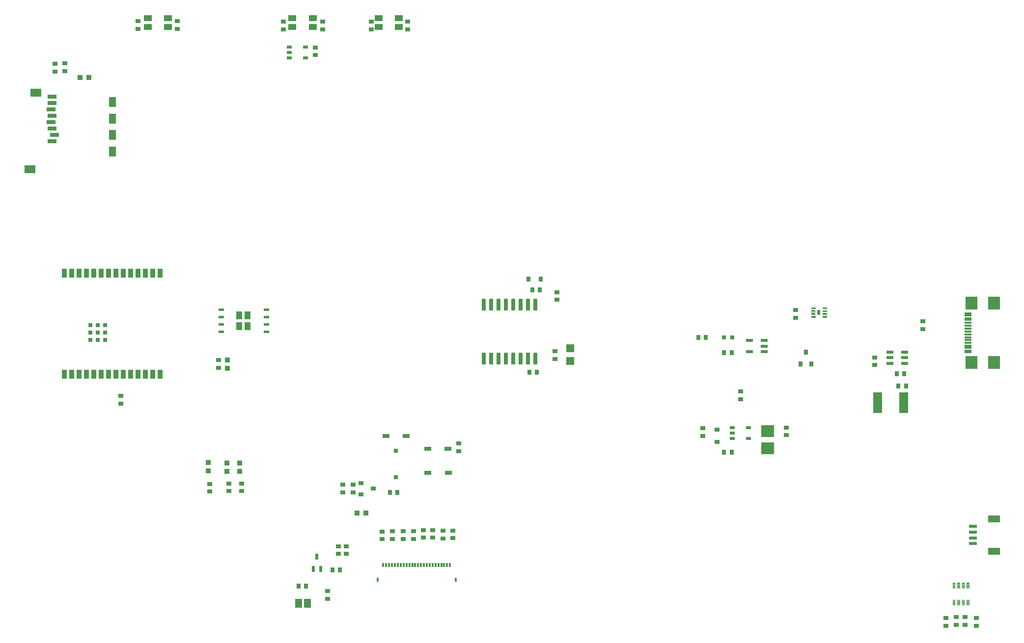
<source format=gbr>
G04 EAGLE Gerber RS-274X export*
G75*
%MOMM*%
%FSLAX34Y34*%
%LPD*%
%INSolderpaste Top*%
%IPPOS*%
%AMOC8*
5,1,8,0,0,1.08239X$1,22.5*%
G01*
G04 Define Apertures*
%ADD10R,1.400000X1.050000*%
%ADD11R,0.900000X0.700000*%
%ADD12R,1.400000X1.400000*%
%ADD13R,0.700000X0.900000*%
%ADD14R,2.200000X2.000000*%
%ADD15R,0.800000X0.800000*%
%ADD16R,1.200000X0.600000*%
%ADD17R,0.940000X0.970000*%
%ADD18R,0.970000X0.940000*%
%ADD19R,0.900000X0.800000*%
%ADD20R,1.150000X0.800000*%
%ADD21R,0.800000X0.900000*%
%ADD22R,0.900000X0.600000*%
%ADD23R,0.300000X0.800000*%
%ADD24R,0.400000X0.800000*%
%ADD25R,1.150000X0.300000*%
%ADD26R,2.000000X2.180000*%
%ADD27R,2.000000X1.200000*%
%ADD28R,1.350000X0.600000*%
%ADD29R,1.200000X1.800000*%
%ADD30R,1.900000X1.400000*%
%ADD31R,1.500000X0.700000*%
%ADD32R,0.762000X0.635000*%
%ADD33R,1.200000X0.550000*%
%ADD34R,1.500000X3.600000*%
%ADD35R,0.500000X1.050000*%
%ADD36C,0.125000*%
%ADD37R,1.168400X1.600200*%
%ADD38R,1.010000X1.460000*%
%ADD39C,0.110000*%
%ADD40R,0.900000X1.500000*%
%ADD41C,0.147500*%
%ADD42R,0.560000X0.820000*%
%ADD43C,0.067500*%
%ADD44C,0.105600*%
D10*
X655800Y853828D03*
X620800Y853828D03*
X620800Y838828D03*
X655800Y838828D03*
D11*
X1631600Y-193200D03*
X1631600Y-180200D03*
X273600Y835578D03*
X273600Y848578D03*
D12*
X951000Y284400D03*
X951000Y262400D03*
D13*
X1185000Y302500D03*
X1172000Y302500D03*
D11*
X1323500Y134200D03*
X1323500Y147200D03*
D13*
X1216400Y104700D03*
X1229400Y104700D03*
D11*
X1616400Y-193200D03*
X1616400Y-180200D03*
X1339600Y337000D03*
X1339600Y350000D03*
D14*
X1291100Y111000D03*
X1291100Y141000D03*
D13*
X653000Y34900D03*
X640000Y34900D03*
X1529800Y219000D03*
X1516800Y219000D03*
D11*
X670824Y834578D03*
X670824Y847578D03*
D13*
X1527000Y239800D03*
X1514000Y239800D03*
D11*
X524124Y834578D03*
X524124Y847578D03*
X759200Y106600D03*
X759200Y119600D03*
X925000Y265800D03*
X925000Y278800D03*
X62800Y761800D03*
X62800Y774800D03*
D10*
X507100Y853828D03*
X472100Y853828D03*
X472100Y838828D03*
X507100Y838828D03*
D15*
X1230900Y302500D03*
X1215900Y302500D03*
D11*
X511700Y790400D03*
X511700Y803400D03*
D16*
X1502500Y277200D03*
X1502500Y267700D03*
X1502500Y258200D03*
X1527500Y258200D03*
X1527500Y267700D03*
X1527500Y277200D03*
D17*
X359400Y71200D03*
X359400Y86200D03*
X327200Y72200D03*
X327200Y87200D03*
D18*
X584000Y-200D03*
X599000Y-200D03*
D19*
X1204400Y122300D03*
X1204400Y143300D03*
D20*
X705800Y68800D03*
X740800Y68800D03*
X705200Y110800D03*
X740200Y110800D03*
X633600Y132800D03*
X668600Y132800D03*
D18*
X106500Y751700D03*
X121500Y751700D03*
D21*
X879400Y403800D03*
X900400Y403800D03*
D17*
X359800Y249200D03*
X359800Y264200D03*
X381600Y71200D03*
X381600Y86200D03*
D11*
X731900Y-44000D03*
X731900Y-31000D03*
X551500Y-70600D03*
X551500Y-57600D03*
X749100Y-43800D03*
X749100Y-30800D03*
X564900Y-70600D03*
X564900Y-57600D03*
X714000Y-43000D03*
X714000Y-30000D03*
X627100Y-45600D03*
X627100Y-32600D03*
X698100Y-43000D03*
X698100Y-30000D03*
X681200Y-45000D03*
X681200Y-32000D03*
X663300Y-45000D03*
X663300Y-32000D03*
X644400Y-45000D03*
X644400Y-32000D03*
D22*
X466700Y804200D03*
X466700Y794700D03*
X466700Y785200D03*
X494700Y785200D03*
X494700Y804200D03*
X1230100Y147200D03*
X1230100Y137700D03*
X1230100Y128200D03*
X1258100Y128200D03*
X1258100Y147200D03*
D23*
X743900Y-90100D03*
X738900Y-90100D03*
X733900Y-90100D03*
X728900Y-90100D03*
X723900Y-90100D03*
X718900Y-90100D03*
X713900Y-90100D03*
X708900Y-90100D03*
X703900Y-90100D03*
X698900Y-90100D03*
X693900Y-90100D03*
X688900Y-90100D03*
X683900Y-90100D03*
X678900Y-90100D03*
X673900Y-90100D03*
X668900Y-90100D03*
X663900Y-90100D03*
X658900Y-90100D03*
X653900Y-90100D03*
X648900Y-90100D03*
X643900Y-90100D03*
X638900Y-90100D03*
X633900Y-90100D03*
X628900Y-90100D03*
D24*
X753900Y-115100D03*
X618900Y-115100D03*
D25*
X1636790Y277100D03*
X1636790Y285100D03*
X1636790Y298100D03*
X1636790Y308100D03*
X1636790Y313100D03*
X1636790Y323100D03*
X1636790Y336100D03*
X1636790Y344100D03*
X1636790Y341100D03*
X1636790Y333100D03*
X1636790Y328100D03*
X1636790Y318100D03*
X1636790Y303100D03*
X1636790Y293100D03*
X1636790Y288100D03*
X1636790Y280100D03*
D26*
X1681840Y259500D03*
X1681840Y361700D03*
X1642540Y259500D03*
X1642540Y361700D03*
D27*
X1681840Y-66200D03*
X1681840Y-10200D03*
D28*
X1645090Y-53200D03*
X1645090Y-43200D03*
X1645090Y-33200D03*
X1645090Y-23200D03*
D29*
X162160Y623500D03*
X162160Y680500D03*
D30*
X19660Y593500D03*
X29660Y725000D03*
D31*
X58160Y641500D03*
X62160Y652500D03*
X58160Y663500D03*
X56160Y674500D03*
X58160Y685500D03*
X56160Y696500D03*
X58160Y707500D03*
X58160Y718500D03*
D29*
X162160Y652000D03*
X162160Y709000D03*
D32*
X650700Y107360D03*
X650700Y61640D03*
D33*
X1285801Y278400D03*
X1285801Y287900D03*
X1285801Y297400D03*
X1259799Y297400D03*
X1259799Y278400D03*
D34*
X1480900Y190000D03*
X1525900Y190000D03*
D21*
X1348100Y256600D03*
X1367100Y256600D03*
X1357600Y277600D03*
D19*
X590800Y51100D03*
X590800Y32100D03*
X611800Y41600D03*
D35*
X507900Y-96700D03*
X520900Y-96700D03*
X514400Y-75700D03*
D11*
X176200Y188600D03*
X176200Y201600D03*
X532600Y-148400D03*
X532600Y-135400D03*
D13*
X1216300Y276300D03*
X1229300Y276300D03*
D11*
X1651300Y-194800D03*
X1651300Y-181800D03*
D13*
X885600Y384900D03*
X898600Y384900D03*
D11*
X1179600Y132900D03*
X1179600Y145900D03*
D13*
X482900Y-126900D03*
X495900Y-126900D03*
D11*
X1598900Y-194800D03*
X1598900Y-181800D03*
D13*
X880800Y242900D03*
X893800Y242900D03*
D11*
X1558700Y317500D03*
X1558700Y330500D03*
X1476300Y255200D03*
X1476300Y268200D03*
X1244700Y196400D03*
X1244700Y209400D03*
X559400Y35600D03*
X559400Y48600D03*
X576800Y35600D03*
X576800Y48600D03*
X80000Y762600D03*
X80000Y775600D03*
X345200Y250600D03*
X345200Y263600D03*
X384400Y37600D03*
X384400Y50600D03*
X362600Y37600D03*
X362600Y50600D03*
X329800Y36600D03*
X329800Y49600D03*
D10*
X257893Y853828D03*
X222893Y853828D03*
X222893Y838828D03*
X257893Y838828D03*
D11*
X607776Y834578D03*
X607776Y847578D03*
X928600Y367900D03*
X928600Y380900D03*
X456300Y834578D03*
X456300Y847578D03*
D13*
X541300Y-98700D03*
X554300Y-98700D03*
D11*
X205976Y835578D03*
X205976Y848578D03*
D36*
X1614275Y-120765D02*
X1614275Y-129675D01*
X1610525Y-129675D01*
X1610525Y-120765D01*
X1614275Y-120765D01*
X1614275Y-128488D02*
X1610525Y-128488D01*
X1610525Y-127301D02*
X1614275Y-127301D01*
X1614275Y-126114D02*
X1610525Y-126114D01*
X1610525Y-124927D02*
X1614275Y-124927D01*
X1614275Y-123740D02*
X1610525Y-123740D01*
X1610525Y-122553D02*
X1614275Y-122553D01*
X1614275Y-121366D02*
X1610525Y-121366D01*
X1622275Y-120765D02*
X1622275Y-129675D01*
X1618525Y-129675D01*
X1618525Y-120765D01*
X1622275Y-120765D01*
X1622275Y-128488D02*
X1618525Y-128488D01*
X1618525Y-127301D02*
X1622275Y-127301D01*
X1622275Y-126114D02*
X1618525Y-126114D01*
X1618525Y-124927D02*
X1622275Y-124927D01*
X1622275Y-123740D02*
X1618525Y-123740D01*
X1618525Y-122553D02*
X1622275Y-122553D01*
X1622275Y-121366D02*
X1618525Y-121366D01*
X1630275Y-120765D02*
X1630275Y-129675D01*
X1626525Y-129675D01*
X1626525Y-120765D01*
X1630275Y-120765D01*
X1630275Y-128488D02*
X1626525Y-128488D01*
X1626525Y-127301D02*
X1630275Y-127301D01*
X1630275Y-126114D02*
X1626525Y-126114D01*
X1626525Y-124927D02*
X1630275Y-124927D01*
X1630275Y-123740D02*
X1626525Y-123740D01*
X1626525Y-122553D02*
X1630275Y-122553D01*
X1630275Y-121366D02*
X1626525Y-121366D01*
X1638275Y-120765D02*
X1638275Y-129675D01*
X1634525Y-129675D01*
X1634525Y-120765D01*
X1638275Y-120765D01*
X1638275Y-128488D02*
X1634525Y-128488D01*
X1634525Y-127301D02*
X1638275Y-127301D01*
X1638275Y-126114D02*
X1634525Y-126114D01*
X1634525Y-124927D02*
X1638275Y-124927D01*
X1638275Y-123740D02*
X1634525Y-123740D01*
X1634525Y-122553D02*
X1638275Y-122553D01*
X1638275Y-121366D02*
X1634525Y-121366D01*
X1638475Y-149925D02*
X1638475Y-158835D01*
X1634725Y-158835D01*
X1634725Y-149925D01*
X1638475Y-149925D01*
X1638475Y-157648D02*
X1634725Y-157648D01*
X1634725Y-156461D02*
X1638475Y-156461D01*
X1638475Y-155274D02*
X1634725Y-155274D01*
X1634725Y-154087D02*
X1638475Y-154087D01*
X1638475Y-152900D02*
X1634725Y-152900D01*
X1634725Y-151713D02*
X1638475Y-151713D01*
X1638475Y-150526D02*
X1634725Y-150526D01*
X1630275Y-149925D02*
X1630275Y-158835D01*
X1626525Y-158835D01*
X1626525Y-149925D01*
X1630275Y-149925D01*
X1630275Y-157648D02*
X1626525Y-157648D01*
X1626525Y-156461D02*
X1630275Y-156461D01*
X1630275Y-155274D02*
X1626525Y-155274D01*
X1626525Y-154087D02*
X1630275Y-154087D01*
X1630275Y-152900D02*
X1626525Y-152900D01*
X1626525Y-151713D02*
X1630275Y-151713D01*
X1630275Y-150526D02*
X1626525Y-150526D01*
X1622275Y-149925D02*
X1622275Y-158835D01*
X1618525Y-158835D01*
X1618525Y-149925D01*
X1622275Y-149925D01*
X1622275Y-157648D02*
X1618525Y-157648D01*
X1618525Y-156461D02*
X1622275Y-156461D01*
X1622275Y-155274D02*
X1618525Y-155274D01*
X1618525Y-154087D02*
X1622275Y-154087D01*
X1622275Y-152900D02*
X1618525Y-152900D01*
X1618525Y-151713D02*
X1622275Y-151713D01*
X1622275Y-150526D02*
X1618525Y-150526D01*
X1614275Y-149925D02*
X1614275Y-158835D01*
X1610525Y-158835D01*
X1610525Y-149925D01*
X1614275Y-149925D01*
X1614275Y-157648D02*
X1610525Y-157648D01*
X1610525Y-156461D02*
X1614275Y-156461D01*
X1614275Y-155274D02*
X1610525Y-155274D01*
X1610525Y-154087D02*
X1614275Y-154087D01*
X1614275Y-152900D02*
X1610525Y-152900D01*
X1610525Y-151713D02*
X1614275Y-151713D01*
X1614275Y-150526D02*
X1610525Y-150526D01*
D37*
X482980Y-156100D03*
X498220Y-156100D03*
D38*
X380550Y341200D03*
X395250Y341200D03*
X380550Y322000D03*
X395250Y322000D03*
D39*
X353100Y349000D02*
X344800Y349000D01*
X344800Y352300D01*
X353100Y352300D01*
X353100Y349000D01*
X353100Y350045D02*
X344800Y350045D01*
X344800Y351090D02*
X353100Y351090D01*
X353100Y352135D02*
X344800Y352135D01*
X344800Y336300D02*
X353100Y336300D01*
X344800Y336300D02*
X344800Y339600D01*
X353100Y339600D01*
X353100Y336300D01*
X353100Y337345D02*
X344800Y337345D01*
X344800Y338390D02*
X353100Y338390D01*
X353100Y339435D02*
X344800Y339435D01*
X344800Y323600D02*
X353100Y323600D01*
X344800Y323600D02*
X344800Y326900D01*
X353100Y326900D01*
X353100Y323600D01*
X353100Y324645D02*
X344800Y324645D01*
X344800Y325690D02*
X353100Y325690D01*
X353100Y326735D02*
X344800Y326735D01*
X344800Y310900D02*
X353100Y310900D01*
X344800Y310900D02*
X344800Y314200D01*
X353100Y314200D01*
X353100Y310900D01*
X353100Y311945D02*
X344800Y311945D01*
X344800Y312990D02*
X353100Y312990D01*
X353100Y314035D02*
X344800Y314035D01*
X422700Y310900D02*
X431000Y310900D01*
X422700Y310900D02*
X422700Y314200D01*
X431000Y314200D01*
X431000Y310900D01*
X431000Y311945D02*
X422700Y311945D01*
X422700Y312990D02*
X431000Y312990D01*
X431000Y314035D02*
X422700Y314035D01*
X422700Y323600D02*
X431000Y323600D01*
X422700Y323600D02*
X422700Y326900D01*
X431000Y326900D01*
X431000Y323600D01*
X431000Y324645D02*
X422700Y324645D01*
X422700Y325690D02*
X431000Y325690D01*
X431000Y326735D02*
X422700Y326735D01*
X422700Y336300D02*
X431000Y336300D01*
X422700Y336300D02*
X422700Y339600D01*
X431000Y339600D01*
X431000Y336300D01*
X431000Y337345D02*
X422700Y337345D01*
X422700Y338390D02*
X431000Y338390D01*
X431000Y339435D02*
X422700Y339435D01*
X422700Y349000D02*
X431000Y349000D01*
X422700Y349000D02*
X422700Y352300D01*
X431000Y352300D01*
X431000Y349000D01*
X431000Y350045D02*
X422700Y350045D01*
X422700Y351090D02*
X431000Y351090D01*
X431000Y352135D02*
X422700Y352135D01*
D40*
X79400Y238900D03*
X92100Y238900D03*
X104800Y238900D03*
X117500Y238900D03*
X130200Y238900D03*
X142900Y238900D03*
X155600Y238900D03*
X168300Y238900D03*
X181000Y238900D03*
X193700Y238900D03*
X206400Y238900D03*
X219100Y238900D03*
X231800Y238900D03*
X244500Y238900D03*
X244500Y413900D03*
X231800Y413900D03*
X219100Y413900D03*
X206400Y413900D03*
X193700Y413900D03*
X181000Y413900D03*
X168300Y413900D03*
X155600Y413900D03*
X142900Y413900D03*
X130200Y413900D03*
X117500Y413900D03*
X104800Y413900D03*
X92100Y413900D03*
X79400Y413900D03*
D15*
X136600Y311350D03*
X124100Y298850D03*
X124100Y311350D03*
X124100Y323850D03*
X136600Y298850D03*
X136600Y323850D03*
X149100Y298850D03*
X149100Y311350D03*
X149100Y323850D03*
D41*
X888737Y350037D02*
X888737Y369063D01*
X893163Y369063D01*
X893163Y350037D01*
X888737Y350037D01*
X888737Y351438D02*
X893163Y351438D01*
X893163Y352839D02*
X888737Y352839D01*
X888737Y354240D02*
X893163Y354240D01*
X893163Y355641D02*
X888737Y355641D01*
X888737Y357042D02*
X893163Y357042D01*
X893163Y358443D02*
X888737Y358443D01*
X888737Y359844D02*
X893163Y359844D01*
X893163Y361245D02*
X888737Y361245D01*
X888737Y362646D02*
X893163Y362646D01*
X893163Y364047D02*
X888737Y364047D01*
X888737Y365448D02*
X893163Y365448D01*
X893163Y366849D02*
X888737Y366849D01*
X888737Y368250D02*
X893163Y368250D01*
X876037Y369063D02*
X876037Y350037D01*
X876037Y369063D02*
X880463Y369063D01*
X880463Y350037D01*
X876037Y350037D01*
X876037Y351438D02*
X880463Y351438D01*
X880463Y352839D02*
X876037Y352839D01*
X876037Y354240D02*
X880463Y354240D01*
X880463Y355641D02*
X876037Y355641D01*
X876037Y357042D02*
X880463Y357042D01*
X880463Y358443D02*
X876037Y358443D01*
X876037Y359844D02*
X880463Y359844D01*
X880463Y361245D02*
X876037Y361245D01*
X876037Y362646D02*
X880463Y362646D01*
X880463Y364047D02*
X876037Y364047D01*
X876037Y365448D02*
X880463Y365448D01*
X880463Y366849D02*
X876037Y366849D01*
X876037Y368250D02*
X880463Y368250D01*
X863337Y369063D02*
X863337Y350037D01*
X863337Y369063D02*
X867763Y369063D01*
X867763Y350037D01*
X863337Y350037D01*
X863337Y351438D02*
X867763Y351438D01*
X867763Y352839D02*
X863337Y352839D01*
X863337Y354240D02*
X867763Y354240D01*
X867763Y355641D02*
X863337Y355641D01*
X863337Y357042D02*
X867763Y357042D01*
X867763Y358443D02*
X863337Y358443D01*
X863337Y359844D02*
X867763Y359844D01*
X867763Y361245D02*
X863337Y361245D01*
X863337Y362646D02*
X867763Y362646D01*
X867763Y364047D02*
X863337Y364047D01*
X863337Y365448D02*
X867763Y365448D01*
X867763Y366849D02*
X863337Y366849D01*
X863337Y368250D02*
X867763Y368250D01*
X850637Y369063D02*
X850637Y350037D01*
X850637Y369063D02*
X855063Y369063D01*
X855063Y350037D01*
X850637Y350037D01*
X850637Y351438D02*
X855063Y351438D01*
X855063Y352839D02*
X850637Y352839D01*
X850637Y354240D02*
X855063Y354240D01*
X855063Y355641D02*
X850637Y355641D01*
X850637Y357042D02*
X855063Y357042D01*
X855063Y358443D02*
X850637Y358443D01*
X850637Y359844D02*
X855063Y359844D01*
X855063Y361245D02*
X850637Y361245D01*
X850637Y362646D02*
X855063Y362646D01*
X855063Y364047D02*
X850637Y364047D01*
X850637Y365448D02*
X855063Y365448D01*
X855063Y366849D02*
X850637Y366849D01*
X850637Y368250D02*
X855063Y368250D01*
X837937Y369063D02*
X837937Y350037D01*
X837937Y369063D02*
X842363Y369063D01*
X842363Y350037D01*
X837937Y350037D01*
X837937Y351438D02*
X842363Y351438D01*
X842363Y352839D02*
X837937Y352839D01*
X837937Y354240D02*
X842363Y354240D01*
X842363Y355641D02*
X837937Y355641D01*
X837937Y357042D02*
X842363Y357042D01*
X842363Y358443D02*
X837937Y358443D01*
X837937Y359844D02*
X842363Y359844D01*
X842363Y361245D02*
X837937Y361245D01*
X837937Y362646D02*
X842363Y362646D01*
X842363Y364047D02*
X837937Y364047D01*
X837937Y365448D02*
X842363Y365448D01*
X842363Y366849D02*
X837937Y366849D01*
X837937Y368250D02*
X842363Y368250D01*
X825237Y369063D02*
X825237Y350037D01*
X825237Y369063D02*
X829663Y369063D01*
X829663Y350037D01*
X825237Y350037D01*
X825237Y351438D02*
X829663Y351438D01*
X829663Y352839D02*
X825237Y352839D01*
X825237Y354240D02*
X829663Y354240D01*
X829663Y355641D02*
X825237Y355641D01*
X825237Y357042D02*
X829663Y357042D01*
X829663Y358443D02*
X825237Y358443D01*
X825237Y359844D02*
X829663Y359844D01*
X829663Y361245D02*
X825237Y361245D01*
X825237Y362646D02*
X829663Y362646D01*
X829663Y364047D02*
X825237Y364047D01*
X825237Y365448D02*
X829663Y365448D01*
X829663Y366849D02*
X825237Y366849D01*
X825237Y368250D02*
X829663Y368250D01*
X812537Y369063D02*
X812537Y350037D01*
X812537Y369063D02*
X816963Y369063D01*
X816963Y350037D01*
X812537Y350037D01*
X812537Y351438D02*
X816963Y351438D01*
X816963Y352839D02*
X812537Y352839D01*
X812537Y354240D02*
X816963Y354240D01*
X816963Y355641D02*
X812537Y355641D01*
X812537Y357042D02*
X816963Y357042D01*
X816963Y358443D02*
X812537Y358443D01*
X812537Y359844D02*
X816963Y359844D01*
X816963Y361245D02*
X812537Y361245D01*
X812537Y362646D02*
X816963Y362646D01*
X816963Y364047D02*
X812537Y364047D01*
X812537Y365448D02*
X816963Y365448D01*
X816963Y366849D02*
X812537Y366849D01*
X812537Y368250D02*
X816963Y368250D01*
X799837Y369063D02*
X799837Y350037D01*
X799837Y369063D02*
X804263Y369063D01*
X804263Y350037D01*
X799837Y350037D01*
X799837Y351438D02*
X804263Y351438D01*
X804263Y352839D02*
X799837Y352839D01*
X799837Y354240D02*
X804263Y354240D01*
X804263Y355641D02*
X799837Y355641D01*
X799837Y357042D02*
X804263Y357042D01*
X804263Y358443D02*
X799837Y358443D01*
X799837Y359844D02*
X804263Y359844D01*
X804263Y361245D02*
X799837Y361245D01*
X799837Y362646D02*
X804263Y362646D01*
X804263Y364047D02*
X799837Y364047D01*
X799837Y365448D02*
X804263Y365448D01*
X804263Y366849D02*
X799837Y366849D01*
X799837Y368250D02*
X804263Y368250D01*
X799837Y275963D02*
X799837Y256937D01*
X799837Y275963D02*
X804263Y275963D01*
X804263Y256937D01*
X799837Y256937D01*
X799837Y258338D02*
X804263Y258338D01*
X804263Y259739D02*
X799837Y259739D01*
X799837Y261140D02*
X804263Y261140D01*
X804263Y262541D02*
X799837Y262541D01*
X799837Y263942D02*
X804263Y263942D01*
X804263Y265343D02*
X799837Y265343D01*
X799837Y266744D02*
X804263Y266744D01*
X804263Y268145D02*
X799837Y268145D01*
X799837Y269546D02*
X804263Y269546D01*
X804263Y270947D02*
X799837Y270947D01*
X799837Y272348D02*
X804263Y272348D01*
X804263Y273749D02*
X799837Y273749D01*
X799837Y275150D02*
X804263Y275150D01*
X812537Y275963D02*
X812537Y256937D01*
X812537Y275963D02*
X816963Y275963D01*
X816963Y256937D01*
X812537Y256937D01*
X812537Y258338D02*
X816963Y258338D01*
X816963Y259739D02*
X812537Y259739D01*
X812537Y261140D02*
X816963Y261140D01*
X816963Y262541D02*
X812537Y262541D01*
X812537Y263942D02*
X816963Y263942D01*
X816963Y265343D02*
X812537Y265343D01*
X812537Y266744D02*
X816963Y266744D01*
X816963Y268145D02*
X812537Y268145D01*
X812537Y269546D02*
X816963Y269546D01*
X816963Y270947D02*
X812537Y270947D01*
X812537Y272348D02*
X816963Y272348D01*
X816963Y273749D02*
X812537Y273749D01*
X812537Y275150D02*
X816963Y275150D01*
X825237Y275963D02*
X825237Y256937D01*
X825237Y275963D02*
X829663Y275963D01*
X829663Y256937D01*
X825237Y256937D01*
X825237Y258338D02*
X829663Y258338D01*
X829663Y259739D02*
X825237Y259739D01*
X825237Y261140D02*
X829663Y261140D01*
X829663Y262541D02*
X825237Y262541D01*
X825237Y263942D02*
X829663Y263942D01*
X829663Y265343D02*
X825237Y265343D01*
X825237Y266744D02*
X829663Y266744D01*
X829663Y268145D02*
X825237Y268145D01*
X825237Y269546D02*
X829663Y269546D01*
X829663Y270947D02*
X825237Y270947D01*
X825237Y272348D02*
X829663Y272348D01*
X829663Y273749D02*
X825237Y273749D01*
X825237Y275150D02*
X829663Y275150D01*
X837937Y275963D02*
X837937Y256937D01*
X837937Y275963D02*
X842363Y275963D01*
X842363Y256937D01*
X837937Y256937D01*
X837937Y258338D02*
X842363Y258338D01*
X842363Y259739D02*
X837937Y259739D01*
X837937Y261140D02*
X842363Y261140D01*
X842363Y262541D02*
X837937Y262541D01*
X837937Y263942D02*
X842363Y263942D01*
X842363Y265343D02*
X837937Y265343D01*
X837937Y266744D02*
X842363Y266744D01*
X842363Y268145D02*
X837937Y268145D01*
X837937Y269546D02*
X842363Y269546D01*
X842363Y270947D02*
X837937Y270947D01*
X837937Y272348D02*
X842363Y272348D01*
X842363Y273749D02*
X837937Y273749D01*
X837937Y275150D02*
X842363Y275150D01*
X850637Y275963D02*
X850637Y256937D01*
X850637Y275963D02*
X855063Y275963D01*
X855063Y256937D01*
X850637Y256937D01*
X850637Y258338D02*
X855063Y258338D01*
X855063Y259739D02*
X850637Y259739D01*
X850637Y261140D02*
X855063Y261140D01*
X855063Y262541D02*
X850637Y262541D01*
X850637Y263942D02*
X855063Y263942D01*
X855063Y265343D02*
X850637Y265343D01*
X850637Y266744D02*
X855063Y266744D01*
X855063Y268145D02*
X850637Y268145D01*
X850637Y269546D02*
X855063Y269546D01*
X855063Y270947D02*
X850637Y270947D01*
X850637Y272348D02*
X855063Y272348D01*
X855063Y273749D02*
X850637Y273749D01*
X850637Y275150D02*
X855063Y275150D01*
X863337Y275963D02*
X863337Y256937D01*
X863337Y275963D02*
X867763Y275963D01*
X867763Y256937D01*
X863337Y256937D01*
X863337Y258338D02*
X867763Y258338D01*
X867763Y259739D02*
X863337Y259739D01*
X863337Y261140D02*
X867763Y261140D01*
X867763Y262541D02*
X863337Y262541D01*
X863337Y263942D02*
X867763Y263942D01*
X867763Y265343D02*
X863337Y265343D01*
X863337Y266744D02*
X867763Y266744D01*
X867763Y268145D02*
X863337Y268145D01*
X863337Y269546D02*
X867763Y269546D01*
X867763Y270947D02*
X863337Y270947D01*
X863337Y272348D02*
X867763Y272348D01*
X867763Y273749D02*
X863337Y273749D01*
X863337Y275150D02*
X867763Y275150D01*
X876037Y275963D02*
X876037Y256937D01*
X876037Y275963D02*
X880463Y275963D01*
X880463Y256937D01*
X876037Y256937D01*
X876037Y258338D02*
X880463Y258338D01*
X880463Y259739D02*
X876037Y259739D01*
X876037Y261140D02*
X880463Y261140D01*
X880463Y262541D02*
X876037Y262541D01*
X876037Y263942D02*
X880463Y263942D01*
X880463Y265343D02*
X876037Y265343D01*
X876037Y266744D02*
X880463Y266744D01*
X880463Y268145D02*
X876037Y268145D01*
X876037Y269546D02*
X880463Y269546D01*
X880463Y270947D02*
X876037Y270947D01*
X876037Y272348D02*
X880463Y272348D01*
X880463Y273749D02*
X876037Y273749D01*
X876037Y275150D02*
X880463Y275150D01*
X888737Y275963D02*
X888737Y256937D01*
X888737Y275963D02*
X893163Y275963D01*
X893163Y256937D01*
X888737Y256937D01*
X888737Y258338D02*
X893163Y258338D01*
X893163Y259739D02*
X888737Y259739D01*
X888737Y261140D02*
X893163Y261140D01*
X893163Y262541D02*
X888737Y262541D01*
X888737Y263942D02*
X893163Y263942D01*
X893163Y265343D02*
X888737Y265343D01*
X888737Y266744D02*
X893163Y266744D01*
X893163Y268145D02*
X888737Y268145D01*
X888737Y269546D02*
X893163Y269546D01*
X893163Y270947D02*
X888737Y270947D01*
X888737Y272348D02*
X893163Y272348D01*
X893163Y273749D02*
X888737Y273749D01*
X888737Y275150D02*
X893163Y275150D01*
D42*
X1379700Y346200D03*
D43*
X1373313Y352687D02*
X1366387Y352687D01*
X1366387Y354713D01*
X1373313Y354713D01*
X1373313Y352687D01*
X1373313Y353328D02*
X1366387Y353328D01*
X1366387Y353969D02*
X1373313Y353969D01*
X1373313Y354610D02*
X1366387Y354610D01*
D44*
X1366578Y347116D02*
X1373122Y347116D01*
X1366578Y347116D02*
X1366578Y350284D01*
X1373122Y350284D01*
X1373122Y347116D01*
X1373122Y348119D02*
X1366578Y348119D01*
X1366578Y349122D02*
X1373122Y349122D01*
X1373122Y350125D02*
X1366578Y350125D01*
X1366578Y342116D02*
X1373122Y342116D01*
X1366578Y342116D02*
X1366578Y345284D01*
X1373122Y345284D01*
X1373122Y342116D01*
X1373122Y343119D02*
X1366578Y343119D01*
X1366578Y344122D02*
X1373122Y344122D01*
X1373122Y345125D02*
X1366578Y345125D01*
D43*
X1366387Y337687D02*
X1373313Y337687D01*
X1366387Y337687D02*
X1366387Y339713D01*
X1373313Y339713D01*
X1373313Y337687D01*
X1373313Y338328D02*
X1366387Y338328D01*
X1366387Y338969D02*
X1373313Y338969D01*
X1373313Y339610D02*
X1366387Y339610D01*
X1386087Y337687D02*
X1393013Y337687D01*
X1386087Y337687D02*
X1386087Y339713D01*
X1393013Y339713D01*
X1393013Y337687D01*
X1393013Y338328D02*
X1386087Y338328D01*
X1386087Y338969D02*
X1393013Y338969D01*
X1393013Y339610D02*
X1386087Y339610D01*
X1386087Y342687D02*
X1393013Y342687D01*
X1386087Y342687D02*
X1386087Y344713D01*
X1393013Y344713D01*
X1393013Y342687D01*
X1393013Y343328D02*
X1386087Y343328D01*
X1386087Y343969D02*
X1393013Y343969D01*
X1393013Y344610D02*
X1386087Y344610D01*
X1386087Y347687D02*
X1393013Y347687D01*
X1386087Y347687D02*
X1386087Y349713D01*
X1393013Y349713D01*
X1393013Y347687D01*
X1393013Y348328D02*
X1386087Y348328D01*
X1386087Y348969D02*
X1393013Y348969D01*
X1393013Y349610D02*
X1386087Y349610D01*
X1386087Y352687D02*
X1393013Y352687D01*
X1386087Y352687D02*
X1386087Y354713D01*
X1393013Y354713D01*
X1393013Y352687D01*
X1393013Y353328D02*
X1386087Y353328D01*
X1386087Y353969D02*
X1393013Y353969D01*
X1393013Y354610D02*
X1386087Y354610D01*
M02*

</source>
